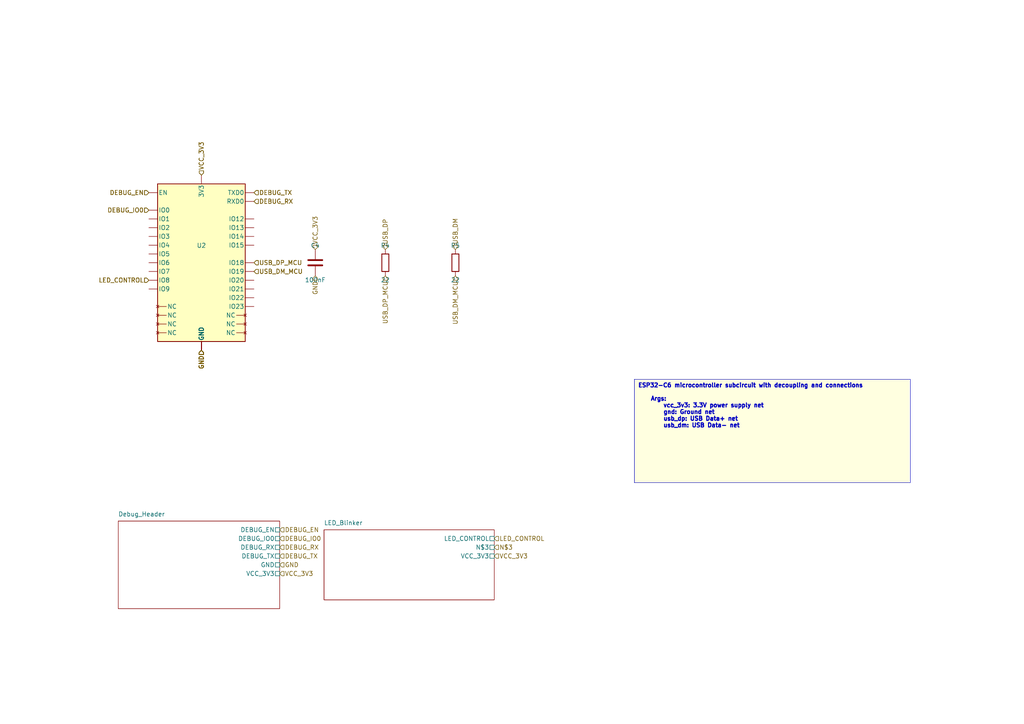
<source format=kicad_sch>
(kicad_sch (version 20250114) (generator "kicad_api") (generator_version 9.0)
  (paper A4)
  (paper A4)
  (lib_symbols
    (symbol "Device:C" (pin_numbers hide) (pin_names (offset 0.254))
      (property "Reference" "C" (at 0.0 0.0 0))
      (property "Value" "C" (at 0.0 0.0 0))
      (symbol "C_0_1"
        (polyline (pts (xy -2.032 0.762) (xy 2.032 0.762)) (stroke (width 0.508)))
        (polyline (pts (xy -2.032 -0.762) (xy 2.032 -0.762)) (stroke (width 0.508)))
      )
      (symbol "C_1_1"
        (pin passive line (at 0.0 3.81 270) (length 2.794) (name ~) (number "1"))
        (pin passive line (at 0.0 -3.81 90) (length 2.794) (name ~) (number "2"))
      )
    )
    (symbol "Device:R" (pin_numbers hide) (pin_names (offset 0.254))
      (property "Reference" "R" (at 0.0 0.0 0))
      (property "Value" "R" (at 0.0 0.0 0))
      (symbol "R_0_1"
        (rectangle (start -1.016 -2.54) (end 1.016 2.54) (stroke (width 0.254)))
      )
      (symbol "R_1_1"
        (pin passive line (at 0.0 3.81 270) (length 1.27) (name ~) (number "1"))
        (pin passive line (at 0.0 -3.81 90) (length 1.27) (name ~) (number "2"))
      )
    )
    (symbol "RF_Module:ESP32-C6-MINI-1" (pin_numbers hide) (pin_names (offset 0.254))
      (property "Reference" "U" (at 0.0 0.0 0))
      (property "Value" "ESP32-C6-MINI-1" (at 0.0 0.0 0))
      (symbol "ESP32-C6-MINI-1_0_1"
        (rectangle (start -12.7 22.86) (end 12.7 -22.86) (stroke (width 0.254)) (fill (type background)))
      )
      (symbol "ESP32-C6-MINI-1_1_1"
        (pin input line (at -15.24 20.32 0) (length 2.54) (name EN) (number "8"))
        (pin bidirectional line (at -15.24 15.24 0) (length 2.54) (name IO0) (number "12"))
        (pin bidirectional line (at -15.24 12.7 0) (length 2.54) (name IO1) (number "13"))
        (pin bidirectional line (at -15.24 10.16 0) (length 2.54) (name IO2) (number "5"))
        (pin bidirectional line (at -15.24 7.62 0) (length 2.54) (name IO3) (number "6"))
        (pin bidirectional line (at -15.24 5.08 0) (length 2.54) (name IO4) (number "9"))
        (pin bidirectional line (at -15.24 2.54 0) (length 2.54) (name IO5) (number "10"))
        (pin bidirectional line (at -15.24 0.0 0) (length 2.54) (name IO6) (number "15"))
        (pin bidirectional line (at -15.24 -2.54 0) (length 2.54) (name IO7) (number "16"))
        (pin bidirectional line (at -15.24 -5.08 0) (length 2.54) (name IO8) (number "22"))
        (pin bidirectional line (at -15.24 -7.62 0) (length 2.54) (name IO9) (number "23"))
        (pin no_connect line (at -12.7 -12.7 0) (length 2.54) (name NC) (number "32"))
        (pin no_connect line (at -12.7 -15.24 0) (length 2.54) (name NC) (number "33"))
        (pin no_connect line (at -12.7 -17.78 0) (length 2.54) (name NC) (number "34"))
        (pin no_connect line (at -12.7 -20.32 0) (length 2.54) (name NC) (number "35"))
        (pin power_in line (at 0.0 25.4 270) (length 2.54) (name 3V3) (number "3"))
        (pin power_in line (at 0.0 -25.4 90) (length 2.54) (name GND) (number "1"))
        (pin passive line (at 0.0 -25.4 90) (length 2.54) (name GND) (number "11"))
        (pin passive line (at 0.0 -25.4 90) (length 2.54) (name GND) (number "14"))
        (pin passive line (at 0.0 -25.4 90) (length 2.54) (name GND) (number "2"))
        (pin passive line (at 0.0 -25.4 90) (length 2.54) (name GND) (number "36"))
        (pin passive line (at 0.0 -25.4 90) (length 2.54) (name GND) (number "37"))
        (pin passive line (at 0.0 -25.4 90) (length 2.54) (name GND) (number "38"))
        (pin passive line (at 0.0 -25.4 90) (length 2.54) (name GND) (number "39"))
        (pin passive line (at 0.0 -25.4 90) (length 2.54) (name GND) (number "40"))
        (pin passive line (at 0.0 -25.4 90) (length 2.54) (name GND) (number "41"))
        (pin passive line (at 0.0 -25.4 90) (length 2.54) (name GND) (number "42"))
        (pin passive line (at 0.0 -25.4 90) (length 2.54) (name GND) (number "43"))
        (pin passive line (at 0.0 -25.4 90) (length 2.54) (name GND) (number "44"))
        (pin passive line (at 0.0 -25.4 90) (length 2.54) (name GND) (number "45"))
        (pin passive line (at 0.0 -25.4 90) (length 2.54) (name GND) (number "46"))
        (pin passive line (at 0.0 -25.4 90) (length 2.54) (name GND) (number "47"))
        (pin passive line (at 0.0 -25.4 90) (length 2.54) (name GND) (number "48"))
        (pin passive line (at 0.0 -25.4 90) (length 2.54) (name GND) (number "49"))
        (pin passive line (at 0.0 -25.4 90) (length 2.54) (name GND) (number "50"))
        (pin passive line (at 0.0 -25.4 90) (length 2.54) (name GND) (number "51"))
        (pin passive line (at 0.0 -25.4 90) (length 2.54) (name GND) (number "52"))
        (pin passive line (at 0.0 -25.4 90) (length 2.54) (name GND) (number "53"))
        (pin no_connect line (at 12.7 -15.24 180) (length 2.54) (name NC) (number "4"))
        (pin no_connect line (at 12.7 -17.78 180) (length 2.54) (name NC) (number "7"))
        (pin no_connect line (at 12.7 -20.32 180) (length 2.54) (name NC) (number "21"))
        (pin bidirectional line (at 15.24 20.32 180) (length 2.54) (name TXD0) (number "31"))
        (pin bidirectional line (at 15.24 17.78 180) (length 2.54) (name RXD0) (number "30"))
        (pin bidirectional line (at 15.24 12.7 180) (length 2.54) (name IO12) (number "17"))
        (pin bidirectional line (at 15.24 10.16 180) (length 2.54) (name IO13) (number "18"))
        (pin bidirectional line (at 15.24 7.62 180) (length 2.54) (name IO14) (number "19"))
        (pin bidirectional line (at 15.24 5.08 180) (length 2.54) (name IO15) (number "20"))
        (pin bidirectional line (at 15.24 0.0 180) (length 2.54) (name IO18) (number "24"))
        (pin bidirectional line (at 15.24 -2.54 180) (length 2.54) (name IO19) (number "25"))
        (pin bidirectional line (at 15.24 -5.08 180) (length 2.54) (name IO20) (number "26"))
        (pin bidirectional line (at 15.24 -7.62 180) (length 2.54) (name IO21) (number "27"))
        (pin bidirectional line (at 15.24 -10.16 180) (length 2.54) (name IO22) (number "28"))
        (pin bidirectional line (at 15.24 -12.7 180) (length 2.54) (name IO23) (number "29"))
      )
    )
  )
  (title_block (title ESP32_C6_MCU) (date 2025-08-01) (company Circuit-Synth))
  (symbol (lib_id RF_Module:ESP32-C6-MINI-1) (at 58.42 76.2 0)
    (property "Reference" "U2" (at 58.42 71.2 0))
    (property "Footprint" "RF_Module:ESP32-C6-MINI-1" (effects (hide yes)))
    (instances (project "circuit" (path "" (reference U2) (unit 1))) (project "ESP32_C6_Dev_Board" (path "" (reference U2) (unit 1))))
  )
  (symbol (lib_id Device:C) (at 91.44 76.2 0)
    (property "Reference" "C4" (at 91.44 71.2 0))
    (property "Value" "100nF" (at 91.44 81.2 0))
    (property "Footprint" "Capacitor_SMD:C_0603_1608Metric" (effects (hide yes)))
    (instances (project "circuit" (path "" (reference C4) (unit 1))) (project "ESP32_C6_Dev_Board" (path "" (reference C4) (unit 1))))
  )
  (symbol (lib_id Device:R) (at 111.76 76.2 0)
    (property "Reference" "R4" (at 111.76 71.2 0))
    (property "Value" "22" (at 111.76 81.2 0))
    (property "Footprint" "Resistor_SMD:R_0603_1608Metric" (effects (hide yes)))
    (instances (project "circuit" (path "" (reference R4) (unit 1))) (project "ESP32_C6_Dev_Board" (path "" (reference R4) (unit 1))))
  )
  (symbol (lib_id Device:R) (at 132.08 76.2 0)
    (property "Reference" "R5" (at 132.08 71.2 0))
    (property "Value" "22" (at 132.08 81.2 0))
    (property "Footprint" "Resistor_SMD:R_0603_1608Metric" (effects (hide yes)))
    (instances (project "circuit" (path "" (reference R5) (unit 1))) (project "ESP32_C6_Dev_Board" (path "" (reference R5) (unit 1))))
  )
  (hierarchical_label DEBUG_EN (shape input) (at 43.18 55.88 180))
  (hierarchical_label DEBUG_EN (shape input) (at 43.18 55.88 180))
  (hierarchical_label DEBUG_IO0 (shape input) (at 43.18 60.96 180))
  (hierarchical_label DEBUG_IO0 (shape input) (at 43.18 60.96 180))
  (hierarchical_label LED_CONTROL (shape input) (at 43.18 81.28 180))
  (hierarchical_label LED_CONTROL (shape input) (at 43.18 81.28 180))
  (hierarchical_label VCC_3V3 (shape input) (at 58.42 50.800000000000004 90))
  (hierarchical_label VCC_3V3 (shape input) (at 58.42 50.800000000000004 90))
  (hierarchical_label VCC_3V3 (shape input) (at 91.44 72.39 90))
  (hierarchical_label GND (shape input) (at 58.42 101.6 270))
  (hierarchical_label GND (shape input) (at 58.42 101.6 270))
  (hierarchical_label GND (shape input) (at 58.42 101.6 270))
  (hierarchical_label GND (shape input) (at 58.42 101.6 270))
  (hierarchical_label GND (shape input) (at 58.42 101.6 270))
  (hierarchical_label GND (shape input) (at 58.42 101.6 270))
  (hierarchical_label GND (shape input) (at 58.42 101.6 270))
  (hierarchical_label GND (shape input) (at 58.42 101.6 270))
  (hierarchical_label GND (shape input) (at 58.42 101.6 270))
  (hierarchical_label GND (shape input) (at 58.42 101.6 270))
  (hierarchical_label GND (shape input) (at 58.42 101.6 270))
  (hierarchical_label GND (shape input) (at 58.42 101.6 270))
  (hierarchical_label GND (shape input) (at 58.42 101.6 270))
  (hierarchical_label GND (shape input) (at 58.42 101.6 270))
  (hierarchical_label GND (shape input) (at 58.42 101.6 270))
  (hierarchical_label GND (shape input) (at 58.42 101.6 270))
  (hierarchical_label GND (shape input) (at 58.42 101.6 270))
  (hierarchical_label GND (shape input) (at 58.42 101.6 270))
  (hierarchical_label GND (shape input) (at 58.42 101.6 270))
  (hierarchical_label GND (shape input) (at 58.42 101.6 270))
  (hierarchical_label GND (shape input) (at 58.42 101.6 270))
  (hierarchical_label GND (shape input) (at 58.42 101.6 270))
  (hierarchical_label GND (shape input) (at 91.44 80.01 270))
  (hierarchical_label DEBUG_TX (shape input) (at 73.66 55.88 0))
  (hierarchical_label DEBUG_TX (shape input) (at 73.66 55.88 0))
  (hierarchical_label DEBUG_RX (shape input) (at 73.66 58.42 0))
  (hierarchical_label DEBUG_RX (shape input) (at 73.66 58.42 0))
  (hierarchical_label USB_DP_MCU (shape input) (at 73.66 76.2 0))
  (hierarchical_label USB_DP_MCU (shape input) (at 73.66 76.2 0))
  (hierarchical_label USB_DP_MCU (shape input) (at 111.76 80.01 270))
  (hierarchical_label USB_DM_MCU (shape input) (at 73.66 78.74000000000001 0))
  (hierarchical_label USB_DM_MCU (shape input) (at 73.66 78.74000000000001 0))
  (hierarchical_label USB_DM_MCU (shape input) (at 132.08 80.01 270))
  (hierarchical_label USB_DP (shape input) (at 111.76 72.39 90))
  (hierarchical_label USB_DM (shape input) (at 132.08 72.39 90))
  (hierarchical_label DEBUG_EN (shape input) (at 81.12 153.67000000000002 0))
  (hierarchical_label DEBUG_IO0 (shape input) (at 81.12 156.21 0))
  (hierarchical_label DEBUG_RX (shape input) (at 81.12 158.75 0))
  (hierarchical_label DEBUG_TX (shape input) (at 81.12 161.29 0))
  (hierarchical_label GND (shape input) (at 81.12 163.83 0))
  (hierarchical_label VCC_3V3 (shape input) (at 81.12 166.37 0))
  (hierarchical_label LED_CONTROL (shape input) (at 143.35 156.21 0))
  (hierarchical_label N$3 (shape input) (at 143.35 158.75 0))
  (hierarchical_label VCC_3V3 (shape input) (at 143.35 161.29 0))
  (sheet (at 34.29 151.13) (size 46.83 25.4) (stroke (width 0.12)) (fill (color 0 0 0 0.0))
    (property "Sheetname" "Debug_Header" (at 34.29 149.85999999999999 0) (effects (justify left bottom)))
    (property "Sheetfile" "Debug_Header.kicad_sch" (effects (hide yes)))
    (pin DEBUG_EN passive (at 79.85000000000001 153.67000000000002 0))
    (pin DEBUG_IO0 passive (at 79.85000000000001 156.21 0))
    (pin DEBUG_RX passive (at 79.85000000000001 158.75 0))
    (pin DEBUG_TX passive (at 79.85000000000001 161.29 0))
    (pin GND passive (at 79.85000000000001 163.83 0))
    (pin VCC_3V3 passive (at 79.85000000000001 166.37 0))
  )
  (sheet (at 93.98 153.67000000000002) (size 49.37 20.32) (stroke (width 0.12)) (fill (color 0 0 0 0.0))
    (property "Sheetname" "LED_Blinker" (at 93.98 152.4 0) (effects (justify left bottom)))
    (property "Sheetfile" "LED_Blinker.kicad_sch" (effects (hide yes)))
    (pin LED_CONTROL passive (at 142.07999999999998 156.21 0))
    (pin N$3 passive (at 142.07999999999998 158.75 0))
    (pin VCC_3V3 passive (at 142.07999999999998 161.29 0))
  )
  (text_box "ESP32-C6 microcontroller subcircuit with decoupling and connections\n    \n    Args:\n        vcc_3v3: 3.3V power supply net\n        gnd: Ground net\n        usb_dp: USB Data+ net\n        usb_dm: USB Data- net" (exclude_from_sim yes) (at 184.0 110.0 0) (size 80.0 30.0) (margins 1.0 1.0 1.0 1.0) (stroke (width 0.1)) (fill (type color) (color 255 255 224 1)) (effects (font (size 1.2 1.2) (thickness 0.254)) (justify left top)))
  (text_box "ESP32-C6 microcontroller subcircuit with decoupling and connections\n    \n    Args:\n        vcc_3v3: 3.3V power supply net\n        gnd: Ground net\n        usb_dp: USB Data+ net\n        usb_dm: USB Data- net" (exclude_from_sim yes) (at 184.0 110.0 0) (size 80.0 30.0) (margins 1.0 1.0 1.0 1.0) (stroke (width 0.1)) (fill (type color) (color 255 255 224 1)) (effects (font (size 1.2 1.2) (thickness 0.254)) (justify left top)))
)
</source>
